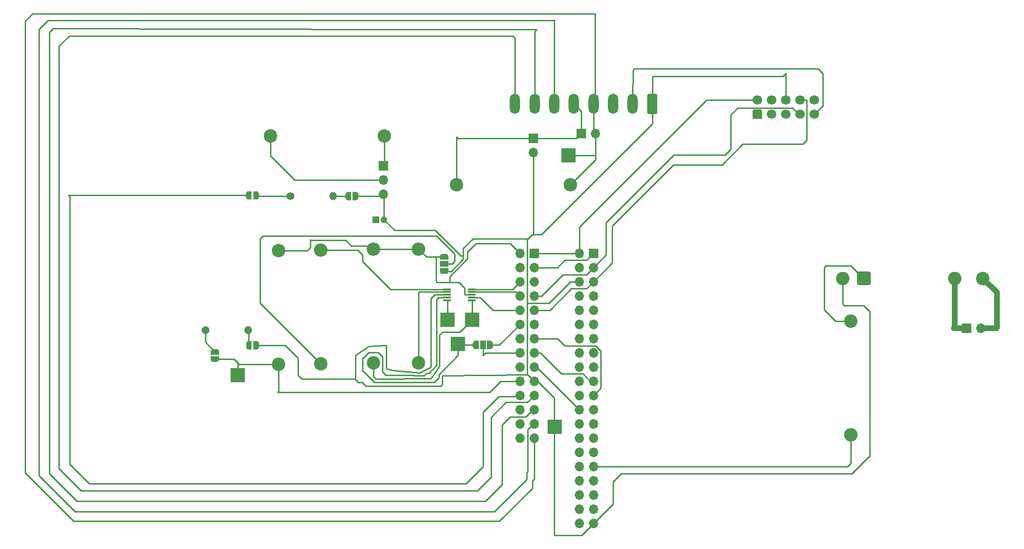
<source format=gbr>
%TF.GenerationSoftware,KiCad,Pcbnew,(5.1.9-0-10_14)*%
%TF.CreationDate,2021-02-14T15:54:45+00:00*%
%TF.ProjectId,base8x,62617365-3878-42e6-9b69-6361645f7063,rev?*%
%TF.SameCoordinates,Original*%
%TF.FileFunction,Copper,L1,Top*%
%TF.FilePolarity,Positive*%
%FSLAX46Y46*%
G04 Gerber Fmt 4.6, Leading zero omitted, Abs format (unit mm)*
G04 Created by KiCad (PCBNEW (5.1.9-0-10_14)) date 2021-02-14 15:54:45*
%MOMM*%
%LPD*%
G01*
G04 APERTURE LIST*
%TA.AperFunction,ComponentPad*%
%ADD10C,2.400000*%
%TD*%
%TA.AperFunction,ComponentPad*%
%ADD11O,1.400000X1.400000*%
%TD*%
%TA.AperFunction,ComponentPad*%
%ADD12C,1.400000*%
%TD*%
%TA.AperFunction,ComponentPad*%
%ADD13O,2.400000X2.400000*%
%TD*%
%TA.AperFunction,SMDPad,CuDef*%
%ADD14R,2.500000X2.500000*%
%TD*%
%TA.AperFunction,ComponentPad*%
%ADD15C,1.700000*%
%TD*%
%TA.AperFunction,SMDPad,CuDef*%
%ADD16C,0.100000*%
%TD*%
%TA.AperFunction,SMDPad,CuDef*%
%ADD17R,1.000000X1.500000*%
%TD*%
%TA.AperFunction,ComponentPad*%
%ADD18R,1.700000X1.700000*%
%TD*%
%TA.AperFunction,ComponentPad*%
%ADD19O,1.700000X1.700000*%
%TD*%
%TA.AperFunction,SMDPad,CuDef*%
%ADD20R,1.500000X1.000000*%
%TD*%
%TA.AperFunction,ComponentPad*%
%ADD21O,1.800000X3.600000*%
%TD*%
%TA.AperFunction,SMDPad,CuDef*%
%ADD22R,1.400000X0.300000*%
%TD*%
%TA.AperFunction,ComponentPad*%
%ADD23R,1.200000X1.200000*%
%TD*%
%TA.AperFunction,ComponentPad*%
%ADD24C,1.200000*%
%TD*%
%TA.AperFunction,Conductor*%
%ADD25C,0.250000*%
%TD*%
%TA.AperFunction,Conductor*%
%ADD26C,1.000000*%
%TD*%
G04 APERTURE END LIST*
%TO.P,SSR-Ithink1,A1*%
%TO.N,Net-(Resistor_SSR1-Pad1)*%
%TA.AperFunction,ComponentPad*%
G36*
G01*
X-197821400Y-62418400D02*
X-197821400Y-60517600D01*
G75*
G02*
X-197571800Y-60268000I249600J0D01*
G01*
X-195671000Y-60268000D01*
G75*
G02*
X-195421400Y-60517600I0J-249600D01*
G01*
X-195421400Y-62418400D01*
G75*
G02*
X-195671000Y-62668000I-249600J0D01*
G01*
X-197571800Y-62668000D01*
G75*
G02*
X-197821400Y-62418400I0J249600D01*
G01*
G37*
%TD.AperFunction*%
D10*
%TO.P,SSR-Ithink1,A2*%
%TO.N,GND*%
X-200371400Y-61468000D03*
%TO.P,SSR-Ithink1,11*%
%TO.N,Net-(SSR-Ithink1-Pad11)*%
X-180371400Y-61468000D03*
%TO.P,SSR-Ithink1,14*%
%TO.N,Net-(SSR-Ithink1-Pad14)*%
X-175371400Y-61468000D03*
%TD*%
D11*
%TO.P,D2,2*%
%TO.N,Net-(D2-Pad2)*%
X-306491640Y-70708520D03*
D12*
%TO.P,D2,1*%
%TO.N,Net-(D2-Pad1)*%
X-314111640Y-70708520D03*
%TD*%
D11*
%TO.P,D1,2*%
%TO.N,Net-(D1-Pad2)*%
X-291302440Y-46791880D03*
D12*
%TO.P,D1,1*%
%TO.N,Net-(D1-Pad1)*%
X-298922440Y-46791880D03*
%TD*%
D13*
%TO.P,Resistor_SSR1,2*%
%TO.N,GPIO6*%
X-198958200Y-89433400D03*
D10*
%TO.P,Resistor_SSR1,1*%
%TO.N,Net-(Resistor_SSR1-Pad1)*%
X-198958200Y-69113400D03*
%TD*%
D13*
%TO.P,Resistor1,2*%
%TO.N,+3V3*%
X-282178760Y-36062920D03*
D10*
%TO.P,Resistor1,1*%
%TO.N,CLK0*%
X-302498760Y-36062920D03*
%TD*%
D13*
%TO.P,R5,2*%
%TO.N,A_I-*%
X-249021600Y-44780200D03*
D10*
%TO.P,R5,1*%
%TO.N,A_I-_EXT*%
X-269341600Y-44780200D03*
%TD*%
D13*
%TO.P,R4,2*%
%TO.N,Net-(R4-Pad2)*%
X-293547800Y-56438800D03*
D10*
%TO.P,R4,1*%
%TO.N,Net-(J4-Pad2)*%
X-293547800Y-76758800D03*
%TD*%
D13*
%TO.P,R3,2*%
%TO.N,+5V*%
X-276047200Y-56235600D03*
D10*
%TO.P,R3,1*%
%TO.N,Net-(R3-Pad1)*%
X-276047200Y-76555600D03*
%TD*%
D13*
%TO.P,R2,2*%
%TO.N,+5V*%
X-301066200Y-56489600D03*
D10*
%TO.P,R2,1*%
%TO.N,HELP3*%
X-301066200Y-76809600D03*
%TD*%
D13*
%TO.P,R1,2*%
%TO.N,+5V*%
X-284099000Y-56286400D03*
D10*
%TO.P,R1,1*%
%TO.N,HELP1*%
X-284099000Y-76606400D03*
%TD*%
D14*
%TO.P,TP5,1*%
%TO.N,A_V_D_LOC*%
X-269062200Y-73177400D03*
%TD*%
%TO.P,TP4,1*%
%TO.N,HELP3*%
X-308356000Y-78740000D03*
%TD*%
%TO.P,TP3,1*%
%TO.N,HELP1*%
X-266547600Y-68859400D03*
%TD*%
%TO.P,TP2,1*%
%TO.N,Net-(TP2-Pad1)*%
X-270916400Y-68884800D03*
%TD*%
%TO.P,J1,1*%
%TO.N,MISO*%
%TA.AperFunction,ComponentPad*%
G36*
G01*
X-215020600Y-33006400D02*
X-216220600Y-33006400D01*
G75*
G02*
X-216470600Y-32756400I0J250000D01*
G01*
X-216470600Y-31556400D01*
G75*
G02*
X-216220600Y-31306400I250000J0D01*
G01*
X-215020600Y-31306400D01*
G75*
G02*
X-214770600Y-31556400I0J-250000D01*
G01*
X-214770600Y-32756400D01*
G75*
G02*
X-215020600Y-33006400I-250000J0D01*
G01*
G37*
%TD.AperFunction*%
D15*
%TO.P,J1,3*%
%TO.N,SCK*%
X-213080600Y-32156400D03*
%TO.P,J1,5*%
%TO.N,A_V_D_EXT*%
X-210540600Y-32156400D03*
%TO.P,J1,7*%
%TO.N,SDA*%
X-208000600Y-32156400D03*
%TO.P,J1,9*%
%TO.N,/Vin*%
X-205460600Y-32156400D03*
%TO.P,J1,2*%
%TO.N,+5V*%
X-215620600Y-29616400D03*
%TO.P,J1,4*%
%TO.N,MOSI*%
X-213080600Y-29616400D03*
%TO.P,J1,6*%
%TO.N,GND*%
X-210540600Y-29616400D03*
%TO.P,J1,8*%
%TO.N,SCL*%
X-208000600Y-29616400D03*
%TO.P,J1,10*%
%TO.N,~A_CS*%
X-205460600Y-29616400D03*
%TD*%
%TA.AperFunction,SMDPad,CuDef*%
D16*
%TO.P,J2,1*%
%TO.N,A_V_D_LOC*%
G36*
X-265354500Y-74117900D02*
G01*
X-265904500Y-74117900D01*
X-265904500Y-74117298D01*
X-265929034Y-74117298D01*
X-265977865Y-74112488D01*
X-266025990Y-74102916D01*
X-266072945Y-74088672D01*
X-266118278Y-74069895D01*
X-266161551Y-74046764D01*
X-266202350Y-74019504D01*
X-266240279Y-73988376D01*
X-266274976Y-73953679D01*
X-266306104Y-73915750D01*
X-266333364Y-73874951D01*
X-266356495Y-73831678D01*
X-266375272Y-73786345D01*
X-266389516Y-73739390D01*
X-266399088Y-73691265D01*
X-266403898Y-73642434D01*
X-266403898Y-73617900D01*
X-266404500Y-73617900D01*
X-266404500Y-73117900D01*
X-266403898Y-73117900D01*
X-266403898Y-73093366D01*
X-266399088Y-73044535D01*
X-266389516Y-72996410D01*
X-266375272Y-72949455D01*
X-266356495Y-72904122D01*
X-266333364Y-72860849D01*
X-266306104Y-72820050D01*
X-266274976Y-72782121D01*
X-266240279Y-72747424D01*
X-266202350Y-72716296D01*
X-266161551Y-72689036D01*
X-266118278Y-72665905D01*
X-266072945Y-72647128D01*
X-266025990Y-72632884D01*
X-265977865Y-72623312D01*
X-265929034Y-72618502D01*
X-265904500Y-72618502D01*
X-265904500Y-72617900D01*
X-265354500Y-72617900D01*
X-265354500Y-74117900D01*
G37*
%TD.AperFunction*%
%TA.AperFunction,SMDPad,CuDef*%
%TO.P,J2,3*%
%TO.N,A_V_D_EXT*%
G36*
X-263304500Y-72618502D02*
G01*
X-263279966Y-72618502D01*
X-263231135Y-72623312D01*
X-263183010Y-72632884D01*
X-263136055Y-72647128D01*
X-263090722Y-72665905D01*
X-263047449Y-72689036D01*
X-263006650Y-72716296D01*
X-262968721Y-72747424D01*
X-262934024Y-72782121D01*
X-262902896Y-72820050D01*
X-262875636Y-72860849D01*
X-262852505Y-72904122D01*
X-262833728Y-72949455D01*
X-262819484Y-72996410D01*
X-262809912Y-73044535D01*
X-262805102Y-73093366D01*
X-262805102Y-73117900D01*
X-262804500Y-73117900D01*
X-262804500Y-73617900D01*
X-262805102Y-73617900D01*
X-262805102Y-73642434D01*
X-262809912Y-73691265D01*
X-262819484Y-73739390D01*
X-262833728Y-73786345D01*
X-262852505Y-73831678D01*
X-262875636Y-73874951D01*
X-262902896Y-73915750D01*
X-262934024Y-73953679D01*
X-262968721Y-73988376D01*
X-263006650Y-74019504D01*
X-263047449Y-74046764D01*
X-263090722Y-74069895D01*
X-263136055Y-74088672D01*
X-263183010Y-74102916D01*
X-263231135Y-74112488D01*
X-263279966Y-74117298D01*
X-263304500Y-74117298D01*
X-263304500Y-74117900D01*
X-263854500Y-74117900D01*
X-263854500Y-72617900D01*
X-263304500Y-72617900D01*
X-263304500Y-72618502D01*
G37*
%TD.AperFunction*%
D17*
%TO.P,J2,2*%
%TO.N,A_V_D*%
X-264604500Y-73367900D03*
%TD*%
D18*
%TO.P,J3,1*%
%TO.N,+5V*%
X-255447800Y-56997600D03*
D19*
%TO.P,J3,2*%
X-257987800Y-56997600D03*
%TO.P,J3,3*%
%TO.N,+3V3*%
X-255447800Y-59537600D03*
%TO.P,J3,4*%
%TO.N,Net-(J3-Pad4)*%
X-257987800Y-59537600D03*
%TO.P,J3,5*%
%TO.N,A_V_D*%
X-255447800Y-62077600D03*
%TO.P,J3,6*%
%TO.N,SCL*%
X-257987800Y-62077600D03*
%TO.P,J3,7*%
%TO.N,SDA*%
X-255447800Y-64617600D03*
%TO.P,J3,8*%
X-257987800Y-64617600D03*
%TO.P,J3,9*%
%TO.N,SCL*%
X-255447800Y-67157600D03*
%TO.P,J3,10*%
%TO.N,HELP3*%
X-257987800Y-67157600D03*
%TO.P,J3,11*%
%TO.N,~A_CS*%
X-255447800Y-69697600D03*
%TO.P,J3,12*%
%TO.N,A_V_D_EXT*%
X-257987800Y-69697600D03*
%TO.P,J3,13*%
%TO.N,MISO*%
X-255447800Y-72237600D03*
%TO.P,J3,14*%
%TO.N,Net-(J3-Pad14)*%
X-257987800Y-72237600D03*
%TO.P,J3,15*%
%TO.N,MOSI*%
X-255447800Y-74777600D03*
%TO.P,J3,16*%
%TO.N,A_V_D*%
X-257987800Y-74777600D03*
%TO.P,J3,17*%
%TO.N,SCK*%
X-255447800Y-77317600D03*
%TO.P,J3,18*%
%TO.N,Net-(J3-Pad18)*%
X-257987800Y-77317600D03*
%TO.P,J3,19*%
%TO.N,GND*%
X-255447800Y-79857600D03*
%TO.P,J3,20*%
%TO.N,HELP3*%
X-257987800Y-79857600D03*
%TO.P,J3,21*%
%TO.N,A_I+*%
X-255447800Y-82397600D03*
%TO.P,J3,22*%
%TO.N,HELP1*%
X-257987800Y-82397600D03*
%TO.P,J3,23*%
%TO.N,A_V+*%
X-255447800Y-84937600D03*
%TO.P,J3,24*%
%TO.N,Net-(J3-Pad24)*%
X-257987800Y-84937600D03*
%TO.P,J3,25*%
%TO.N,A_V-*%
X-255447800Y-87477600D03*
%TO.P,J3,26*%
%TO.N,Net-(J3-Pad26)*%
X-257987800Y-87477600D03*
%TO.P,J3,27*%
%TO.N,A_I-*%
X-255447800Y-90017600D03*
%TO.P,J3,28*%
%TO.N,Net-(J3-Pad28)*%
X-257987800Y-90017600D03*
%TD*%
D20*
%TO.P,J4,2*%
%TO.N,Net-(J4-Pad2)*%
X-271500600Y-58902600D03*
%TA.AperFunction,SMDPad,CuDef*%
D16*
%TO.P,J4,3*%
%TO.N,GND*%
G36*
X-270751202Y-60202600D02*
G01*
X-270751202Y-60227134D01*
X-270756012Y-60275965D01*
X-270765584Y-60324090D01*
X-270779828Y-60371045D01*
X-270798605Y-60416378D01*
X-270821736Y-60459651D01*
X-270848996Y-60500450D01*
X-270880124Y-60538379D01*
X-270914821Y-60573076D01*
X-270952750Y-60604204D01*
X-270993549Y-60631464D01*
X-271036822Y-60654595D01*
X-271082155Y-60673372D01*
X-271129110Y-60687616D01*
X-271177235Y-60697188D01*
X-271226066Y-60701998D01*
X-271250600Y-60701998D01*
X-271250600Y-60702600D01*
X-271750600Y-60702600D01*
X-271750600Y-60701998D01*
X-271775134Y-60701998D01*
X-271823965Y-60697188D01*
X-271872090Y-60687616D01*
X-271919045Y-60673372D01*
X-271964378Y-60654595D01*
X-272007651Y-60631464D01*
X-272048450Y-60604204D01*
X-272086379Y-60573076D01*
X-272121076Y-60538379D01*
X-272152204Y-60500450D01*
X-272179464Y-60459651D01*
X-272202595Y-60416378D01*
X-272221372Y-60371045D01*
X-272235616Y-60324090D01*
X-272245188Y-60275965D01*
X-272249998Y-60227134D01*
X-272249998Y-60202600D01*
X-272250600Y-60202600D01*
X-272250600Y-59652600D01*
X-270750600Y-59652600D01*
X-270750600Y-60202600D01*
X-270751202Y-60202600D01*
G37*
%TD.AperFunction*%
%TA.AperFunction,SMDPad,CuDef*%
%TO.P,J4,1*%
%TO.N,+5V*%
G36*
X-272250600Y-58152600D02*
G01*
X-272250600Y-57602600D01*
X-272249998Y-57602600D01*
X-272249998Y-57578066D01*
X-272245188Y-57529235D01*
X-272235616Y-57481110D01*
X-272221372Y-57434155D01*
X-272202595Y-57388822D01*
X-272179464Y-57345549D01*
X-272152204Y-57304750D01*
X-272121076Y-57266821D01*
X-272086379Y-57232124D01*
X-272048450Y-57200996D01*
X-272007651Y-57173736D01*
X-271964378Y-57150605D01*
X-271919045Y-57131828D01*
X-271872090Y-57117584D01*
X-271823965Y-57108012D01*
X-271775134Y-57103202D01*
X-271750600Y-57103202D01*
X-271750600Y-57102600D01*
X-271250600Y-57102600D01*
X-271250600Y-57103202D01*
X-271226066Y-57103202D01*
X-271177235Y-57108012D01*
X-271129110Y-57117584D01*
X-271082155Y-57131828D01*
X-271036822Y-57150605D01*
X-270993549Y-57173736D01*
X-270952750Y-57200996D01*
X-270914821Y-57232124D01*
X-270880124Y-57266821D01*
X-270848996Y-57304750D01*
X-270821736Y-57345549D01*
X-270798605Y-57388822D01*
X-270779828Y-57434155D01*
X-270765584Y-57481110D01*
X-270756012Y-57529235D01*
X-270751202Y-57578066D01*
X-270751202Y-57602600D01*
X-270750600Y-57602600D01*
X-270750600Y-58152600D01*
X-272250600Y-58152600D01*
G37*
%TD.AperFunction*%
%TD*%
%TO.P,J9,1*%
%TO.N,GND*%
%TA.AperFunction,ComponentPad*%
G36*
G01*
X-233465800Y-28752200D02*
X-233465800Y-31852200D01*
G75*
G02*
X-233715800Y-32102200I-250000J0D01*
G01*
X-235015800Y-32102200D01*
G75*
G02*
X-235265800Y-31852200I0J250000D01*
G01*
X-235265800Y-28752200D01*
G75*
G02*
X-235015800Y-28502200I250000J0D01*
G01*
X-233715800Y-28502200D01*
G75*
G02*
X-233465800Y-28752200I0J-250000D01*
G01*
G37*
%TD.AperFunction*%
D21*
%TO.P,J9,2*%
%TO.N,/Vin*%
X-237865800Y-30302200D03*
%TO.P,J9,3*%
%TO.N,Net-(J9-Pad3)*%
X-241365800Y-30302200D03*
%TO.P,J9,4*%
%TO.N,A_I-*%
X-244865800Y-30302200D03*
%TO.P,J9,5*%
%TO.N,A_I-_EXT*%
X-248365800Y-30302200D03*
%TO.P,J9,6*%
%TO.N,A_V-*%
X-251865800Y-30302200D03*
%TO.P,J9,7*%
%TO.N,A_V+*%
X-255365800Y-30302200D03*
%TO.P,J9,8*%
%TO.N,A_I+*%
X-258865800Y-30302200D03*
%TD*%
%TA.AperFunction,SMDPad,CuDef*%
D16*
%TO.P,JP2,1*%
%TO.N,HELP1*%
G36*
X-305859320Y-47394560D02*
G01*
X-306359320Y-47394560D01*
X-306359320Y-47393958D01*
X-306383854Y-47393958D01*
X-306432685Y-47389148D01*
X-306480810Y-47379576D01*
X-306527765Y-47365332D01*
X-306573098Y-47346555D01*
X-306616371Y-47323424D01*
X-306657170Y-47296164D01*
X-306695099Y-47265036D01*
X-306729796Y-47230339D01*
X-306760924Y-47192410D01*
X-306788184Y-47151611D01*
X-306811315Y-47108338D01*
X-306830092Y-47063005D01*
X-306844336Y-47016050D01*
X-306853908Y-46967925D01*
X-306858718Y-46919094D01*
X-306858718Y-46894560D01*
X-306859320Y-46894560D01*
X-306859320Y-46394560D01*
X-306858718Y-46394560D01*
X-306858718Y-46370026D01*
X-306853908Y-46321195D01*
X-306844336Y-46273070D01*
X-306830092Y-46226115D01*
X-306811315Y-46180782D01*
X-306788184Y-46137509D01*
X-306760924Y-46096710D01*
X-306729796Y-46058781D01*
X-306695099Y-46024084D01*
X-306657170Y-45992956D01*
X-306616371Y-45965696D01*
X-306573098Y-45942565D01*
X-306527765Y-45923788D01*
X-306480810Y-45909544D01*
X-306432685Y-45899972D01*
X-306383854Y-45895162D01*
X-306359320Y-45895162D01*
X-306359320Y-45894560D01*
X-305859320Y-45894560D01*
X-305859320Y-47394560D01*
G37*
%TD.AperFunction*%
%TA.AperFunction,SMDPad,CuDef*%
%TO.P,JP2,2*%
%TO.N,Net-(D1-Pad1)*%
G36*
X-305059320Y-45895162D02*
G01*
X-305034786Y-45895162D01*
X-304985955Y-45899972D01*
X-304937830Y-45909544D01*
X-304890875Y-45923788D01*
X-304845542Y-45942565D01*
X-304802269Y-45965696D01*
X-304761470Y-45992956D01*
X-304723541Y-46024084D01*
X-304688844Y-46058781D01*
X-304657716Y-46096710D01*
X-304630456Y-46137509D01*
X-304607325Y-46180782D01*
X-304588548Y-46226115D01*
X-304574304Y-46273070D01*
X-304564732Y-46321195D01*
X-304559922Y-46370026D01*
X-304559922Y-46394560D01*
X-304559320Y-46394560D01*
X-304559320Y-46894560D01*
X-304559922Y-46894560D01*
X-304559922Y-46919094D01*
X-304564732Y-46967925D01*
X-304574304Y-47016050D01*
X-304588548Y-47063005D01*
X-304607325Y-47108338D01*
X-304630456Y-47151611D01*
X-304657716Y-47192410D01*
X-304688844Y-47230339D01*
X-304723541Y-47265036D01*
X-304761470Y-47296164D01*
X-304802269Y-47323424D01*
X-304845542Y-47346555D01*
X-304890875Y-47365332D01*
X-304937830Y-47379576D01*
X-304985955Y-47389148D01*
X-305034786Y-47393958D01*
X-305059320Y-47393958D01*
X-305059320Y-47394560D01*
X-305559320Y-47394560D01*
X-305559320Y-45894560D01*
X-305059320Y-45894560D01*
X-305059320Y-45895162D01*
G37*
%TD.AperFunction*%
%TD*%
%TA.AperFunction,SMDPad,CuDef*%
%TO.P,JP3,2*%
%TO.N,GND*%
G36*
X-287314880Y-46012002D02*
G01*
X-287290346Y-46012002D01*
X-287241515Y-46016812D01*
X-287193390Y-46026384D01*
X-287146435Y-46040628D01*
X-287101102Y-46059405D01*
X-287057829Y-46082536D01*
X-287017030Y-46109796D01*
X-286979101Y-46140924D01*
X-286944404Y-46175621D01*
X-286913276Y-46213550D01*
X-286886016Y-46254349D01*
X-286862885Y-46297622D01*
X-286844108Y-46342955D01*
X-286829864Y-46389910D01*
X-286820292Y-46438035D01*
X-286815482Y-46486866D01*
X-286815482Y-46511400D01*
X-286814880Y-46511400D01*
X-286814880Y-47011400D01*
X-286815482Y-47011400D01*
X-286815482Y-47035934D01*
X-286820292Y-47084765D01*
X-286829864Y-47132890D01*
X-286844108Y-47179845D01*
X-286862885Y-47225178D01*
X-286886016Y-47268451D01*
X-286913276Y-47309250D01*
X-286944404Y-47347179D01*
X-286979101Y-47381876D01*
X-287017030Y-47413004D01*
X-287057829Y-47440264D01*
X-287101102Y-47463395D01*
X-287146435Y-47482172D01*
X-287193390Y-47496416D01*
X-287241515Y-47505988D01*
X-287290346Y-47510798D01*
X-287314880Y-47510798D01*
X-287314880Y-47511400D01*
X-287814880Y-47511400D01*
X-287814880Y-46011400D01*
X-287314880Y-46011400D01*
X-287314880Y-46012002D01*
G37*
%TD.AperFunction*%
%TA.AperFunction,SMDPad,CuDef*%
%TO.P,JP3,1*%
%TO.N,Net-(D1-Pad2)*%
G36*
X-288114880Y-47511400D02*
G01*
X-288614880Y-47511400D01*
X-288614880Y-47510798D01*
X-288639414Y-47510798D01*
X-288688245Y-47505988D01*
X-288736370Y-47496416D01*
X-288783325Y-47482172D01*
X-288828658Y-47463395D01*
X-288871931Y-47440264D01*
X-288912730Y-47413004D01*
X-288950659Y-47381876D01*
X-288985356Y-47347179D01*
X-289016484Y-47309250D01*
X-289043744Y-47268451D01*
X-289066875Y-47225178D01*
X-289085652Y-47179845D01*
X-289099896Y-47132890D01*
X-289109468Y-47084765D01*
X-289114278Y-47035934D01*
X-289114278Y-47011400D01*
X-289114880Y-47011400D01*
X-289114880Y-46511400D01*
X-289114278Y-46511400D01*
X-289114278Y-46486866D01*
X-289109468Y-46438035D01*
X-289099896Y-46389910D01*
X-289085652Y-46342955D01*
X-289066875Y-46297622D01*
X-289043744Y-46254349D01*
X-289016484Y-46213550D01*
X-288985356Y-46175621D01*
X-288950659Y-46140924D01*
X-288912730Y-46109796D01*
X-288871931Y-46082536D01*
X-288828658Y-46059405D01*
X-288783325Y-46040628D01*
X-288736370Y-46026384D01*
X-288688245Y-46016812D01*
X-288639414Y-46012002D01*
X-288614880Y-46012002D01*
X-288614880Y-46011400D01*
X-288114880Y-46011400D01*
X-288114880Y-47511400D01*
G37*
%TD.AperFunction*%
%TD*%
%TA.AperFunction,SMDPad,CuDef*%
%TO.P,JP4,1*%
%TO.N,HELP3*%
G36*
X-311644600Y-75397500D02*
G01*
X-311644600Y-75897500D01*
X-311645202Y-75897500D01*
X-311645202Y-75922034D01*
X-311650012Y-75970865D01*
X-311659584Y-76018990D01*
X-311673828Y-76065945D01*
X-311692605Y-76111278D01*
X-311715736Y-76154551D01*
X-311742996Y-76195350D01*
X-311774124Y-76233279D01*
X-311808821Y-76267976D01*
X-311846750Y-76299104D01*
X-311887549Y-76326364D01*
X-311930822Y-76349495D01*
X-311976155Y-76368272D01*
X-312023110Y-76382516D01*
X-312071235Y-76392088D01*
X-312120066Y-76396898D01*
X-312144600Y-76396898D01*
X-312144600Y-76397500D01*
X-312644600Y-76397500D01*
X-312644600Y-76396898D01*
X-312669134Y-76396898D01*
X-312717965Y-76392088D01*
X-312766090Y-76382516D01*
X-312813045Y-76368272D01*
X-312858378Y-76349495D01*
X-312901651Y-76326364D01*
X-312942450Y-76299104D01*
X-312980379Y-76267976D01*
X-313015076Y-76233279D01*
X-313046204Y-76195350D01*
X-313073464Y-76154551D01*
X-313096595Y-76111278D01*
X-313115372Y-76065945D01*
X-313129616Y-76018990D01*
X-313139188Y-75970865D01*
X-313143998Y-75922034D01*
X-313143998Y-75897500D01*
X-313144600Y-75897500D01*
X-313144600Y-75397500D01*
X-311644600Y-75397500D01*
G37*
%TD.AperFunction*%
%TA.AperFunction,SMDPad,CuDef*%
%TO.P,JP4,2*%
%TO.N,Net-(D2-Pad1)*%
G36*
X-313143998Y-74597500D02*
G01*
X-313143998Y-74572966D01*
X-313139188Y-74524135D01*
X-313129616Y-74476010D01*
X-313115372Y-74429055D01*
X-313096595Y-74383722D01*
X-313073464Y-74340449D01*
X-313046204Y-74299650D01*
X-313015076Y-74261721D01*
X-312980379Y-74227024D01*
X-312942450Y-74195896D01*
X-312901651Y-74168636D01*
X-312858378Y-74145505D01*
X-312813045Y-74126728D01*
X-312766090Y-74112484D01*
X-312717965Y-74102912D01*
X-312669134Y-74098102D01*
X-312644600Y-74098102D01*
X-312644600Y-74097500D01*
X-312144600Y-74097500D01*
X-312144600Y-74098102D01*
X-312120066Y-74098102D01*
X-312071235Y-74102912D01*
X-312023110Y-74112484D01*
X-311976155Y-74126728D01*
X-311930822Y-74145505D01*
X-311887549Y-74168636D01*
X-311846750Y-74195896D01*
X-311808821Y-74227024D01*
X-311774124Y-74261721D01*
X-311742996Y-74299650D01*
X-311715736Y-74340449D01*
X-311692605Y-74383722D01*
X-311673828Y-74429055D01*
X-311659584Y-74476010D01*
X-311650012Y-74524135D01*
X-311645202Y-74572966D01*
X-311645202Y-74597500D01*
X-311644600Y-74597500D01*
X-311644600Y-75097500D01*
X-313144600Y-75097500D01*
X-313144600Y-74597500D01*
X-313143998Y-74597500D01*
G37*
%TD.AperFunction*%
%TD*%
%TA.AperFunction,SMDPad,CuDef*%
%TO.P,JP5,1*%
%TO.N,Net-(D2-Pad2)*%
G36*
X-305854240Y-74181400D02*
G01*
X-306354240Y-74181400D01*
X-306354240Y-74180798D01*
X-306378774Y-74180798D01*
X-306427605Y-74175988D01*
X-306475730Y-74166416D01*
X-306522685Y-74152172D01*
X-306568018Y-74133395D01*
X-306611291Y-74110264D01*
X-306652090Y-74083004D01*
X-306690019Y-74051876D01*
X-306724716Y-74017179D01*
X-306755844Y-73979250D01*
X-306783104Y-73938451D01*
X-306806235Y-73895178D01*
X-306825012Y-73849845D01*
X-306839256Y-73802890D01*
X-306848828Y-73754765D01*
X-306853638Y-73705934D01*
X-306853638Y-73681400D01*
X-306854240Y-73681400D01*
X-306854240Y-73181400D01*
X-306853638Y-73181400D01*
X-306853638Y-73156866D01*
X-306848828Y-73108035D01*
X-306839256Y-73059910D01*
X-306825012Y-73012955D01*
X-306806235Y-72967622D01*
X-306783104Y-72924349D01*
X-306755844Y-72883550D01*
X-306724716Y-72845621D01*
X-306690019Y-72810924D01*
X-306652090Y-72779796D01*
X-306611291Y-72752536D01*
X-306568018Y-72729405D01*
X-306522685Y-72710628D01*
X-306475730Y-72696384D01*
X-306427605Y-72686812D01*
X-306378774Y-72682002D01*
X-306354240Y-72682002D01*
X-306354240Y-72681400D01*
X-305854240Y-72681400D01*
X-305854240Y-74181400D01*
G37*
%TD.AperFunction*%
%TA.AperFunction,SMDPad,CuDef*%
%TO.P,JP5,2*%
%TO.N,GND*%
G36*
X-305054240Y-72682002D02*
G01*
X-305029706Y-72682002D01*
X-304980875Y-72686812D01*
X-304932750Y-72696384D01*
X-304885795Y-72710628D01*
X-304840462Y-72729405D01*
X-304797189Y-72752536D01*
X-304756390Y-72779796D01*
X-304718461Y-72810924D01*
X-304683764Y-72845621D01*
X-304652636Y-72883550D01*
X-304625376Y-72924349D01*
X-304602245Y-72967622D01*
X-304583468Y-73012955D01*
X-304569224Y-73059910D01*
X-304559652Y-73108035D01*
X-304554842Y-73156866D01*
X-304554842Y-73181400D01*
X-304554240Y-73181400D01*
X-304554240Y-73681400D01*
X-304554842Y-73681400D01*
X-304554842Y-73705934D01*
X-304559652Y-73754765D01*
X-304569224Y-73802890D01*
X-304583468Y-73849845D01*
X-304602245Y-73895178D01*
X-304625376Y-73938451D01*
X-304652636Y-73979250D01*
X-304683764Y-74017179D01*
X-304718461Y-74051876D01*
X-304756390Y-74083004D01*
X-304797189Y-74110264D01*
X-304840462Y-74133395D01*
X-304885795Y-74152172D01*
X-304932750Y-74166416D01*
X-304980875Y-74175988D01*
X-305029706Y-74180798D01*
X-305054240Y-74180798D01*
X-305054240Y-74181400D01*
X-305554240Y-74181400D01*
X-305554240Y-72681400D01*
X-305054240Y-72681400D01*
X-305054240Y-72682002D01*
G37*
%TD.AperFunction*%
%TD*%
D19*
%TO.P,P3,2*%
%TO.N,GND*%
X-255549400Y-39014400D03*
D18*
%TO.P,P3,1*%
%TO.N,A_I-_EXT*%
X-255549400Y-36474400D03*
%TD*%
%TO.P,P4,1*%
%TO.N,A_I-_EXT*%
X-247040400Y-35560000D03*
D19*
%TO.P,P4,2*%
%TO.N,A_I-*%
X-244500400Y-35560000D03*
%TD*%
D18*
%TO.P,Raspberry_header1,1*%
%TO.N,+3V3*%
X-244856000Y-56997600D03*
D19*
%TO.P,Raspberry_header1,2*%
%TO.N,+5V*%
X-247396000Y-56997600D03*
%TO.P,Raspberry_header1,3*%
%TO.N,SDA*%
X-244856000Y-59537600D03*
%TO.P,Raspberry_header1,4*%
%TO.N,Net-(Raspberry_header1-Pad4)*%
X-247396000Y-59537600D03*
%TO.P,Raspberry_header1,5*%
%TO.N,SCL*%
X-244856000Y-62077600D03*
%TO.P,Raspberry_header1,6*%
%TO.N,GND*%
X-247396000Y-62077600D03*
%TO.P,Raspberry_header1,7*%
%TO.N,CLK0*%
X-244856000Y-64617600D03*
%TO.P,Raspberry_header1,8*%
%TO.N,Net-(Raspberry_header1-Pad8)*%
X-247396000Y-64617600D03*
%TO.P,Raspberry_header1,9*%
%TO.N,Net-(Raspberry_header1-Pad9)*%
X-244856000Y-67157600D03*
%TO.P,Raspberry_header1,10*%
%TO.N,Net-(Raspberry_header1-Pad10)*%
X-247396000Y-67157600D03*
%TO.P,Raspberry_header1,11*%
%TO.N,Net-(Raspberry_header1-Pad11)*%
X-244856000Y-69697600D03*
%TO.P,Raspberry_header1,12*%
%TO.N,Net-(Raspberry_header1-Pad12)*%
X-247396000Y-69697600D03*
%TO.P,Raspberry_header1,13*%
%TO.N,Net-(Raspberry_header1-Pad13)*%
X-244856000Y-72237600D03*
%TO.P,Raspberry_header1,14*%
%TO.N,Net-(Raspberry_header1-Pad14)*%
X-247396000Y-72237600D03*
%TO.P,Raspberry_header1,15*%
%TO.N,Net-(Raspberry_header1-Pad15)*%
X-244856000Y-74777600D03*
%TO.P,Raspberry_header1,16*%
%TO.N,Net-(Raspberry_header1-Pad16)*%
X-247396000Y-74777600D03*
%TO.P,Raspberry_header1,17*%
%TO.N,Net-(Raspberry_header1-Pad17)*%
X-244856000Y-77317600D03*
%TO.P,Raspberry_header1,18*%
%TO.N,Net-(Raspberry_header1-Pad18)*%
X-247396000Y-77317600D03*
%TO.P,Raspberry_header1,19*%
%TO.N,MOSI*%
X-244856000Y-79857600D03*
%TO.P,Raspberry_header1,20*%
%TO.N,Net-(Raspberry_header1-Pad20)*%
X-247396000Y-79857600D03*
%TO.P,Raspberry_header1,21*%
%TO.N,MISO*%
X-244856000Y-82397600D03*
%TO.P,Raspberry_header1,22*%
%TO.N,Net-(Raspberry_header1-Pad22)*%
X-247396000Y-82397600D03*
%TO.P,Raspberry_header1,23*%
%TO.N,SCLK*%
X-244856000Y-84937600D03*
%TO.P,Raspberry_header1,24*%
%TO.N,SCK*%
X-247396000Y-84937600D03*
%TO.P,Raspberry_header1,25*%
%TO.N,Net-(Raspberry_header1-Pad25)*%
X-244856000Y-87477600D03*
%TO.P,Raspberry_header1,26*%
%TO.N,Net-(Raspberry_header1-Pad26)*%
X-247396000Y-87477600D03*
%TO.P,Raspberry_header1,27*%
%TO.N,Net-(Raspberry_header1-Pad27)*%
X-244856000Y-90017600D03*
%TO.P,Raspberry_header1,28*%
%TO.N,Net-(Raspberry_header1-Pad28)*%
X-247396000Y-90017600D03*
%TO.P,Raspberry_header1,29*%
%TO.N,Net-(Raspberry_header1-Pad29)*%
X-244856000Y-92557600D03*
%TO.P,Raspberry_header1,30*%
%TO.N,Net-(Raspberry_header1-Pad30)*%
X-247396000Y-92557600D03*
%TO.P,Raspberry_header1,31*%
%TO.N,GPIO6*%
X-244856000Y-95097600D03*
%TO.P,Raspberry_header1,32*%
%TO.N,Net-(Raspberry_header1-Pad32)*%
X-247396000Y-95097600D03*
%TO.P,Raspberry_header1,33*%
%TO.N,Net-(Raspberry_header1-Pad33)*%
X-244856000Y-97637600D03*
%TO.P,Raspberry_header1,34*%
%TO.N,Net-(Raspberry_header1-Pad34)*%
X-247396000Y-97637600D03*
%TO.P,Raspberry_header1,35*%
%TO.N,Net-(Raspberry_header1-Pad35)*%
X-244856000Y-100177600D03*
%TO.P,Raspberry_header1,36*%
%TO.N,Net-(Raspberry_header1-Pad36)*%
X-247396000Y-100177600D03*
%TO.P,Raspberry_header1,37*%
%TO.N,Net-(Raspberry_header1-Pad37)*%
X-244856000Y-102717600D03*
%TO.P,Raspberry_header1,38*%
%TO.N,Net-(Raspberry_header1-Pad38)*%
X-247396000Y-102717600D03*
%TO.P,Raspberry_header1,39*%
%TO.N,GND*%
X-244856000Y-105257600D03*
%TO.P,Raspberry_header1,40*%
%TO.N,Net-(Raspberry_header1-Pad40)*%
X-247396000Y-105257600D03*
%TD*%
D18*
%TO.P,SSR_connector1,1*%
%TO.N,Net-(SSR-Ithink1-Pad11)*%
X-178282600Y-70383400D03*
D19*
%TO.P,SSR_connector1,2*%
%TO.N,Net-(SSR-Ithink1-Pad14)*%
X-175742600Y-70383400D03*
%TD*%
D18*
%TO.P,Temp_sensor1,1*%
%TO.N,+3V3*%
X-282321000Y-41325800D03*
D19*
%TO.P,Temp_sensor1,2*%
%TO.N,CLK0*%
X-282321000Y-43865800D03*
%TO.P,Temp_sensor1,3*%
%TO.N,GND*%
X-282321000Y-46405800D03*
%TD*%
D22*
%TO.P,U1,1*%
%TO.N,Net-(R4-Pad2)*%
X-270982800Y-63414400D03*
%TO.P,U1,2*%
%TO.N,Net-(R3-Pad1)*%
X-270982800Y-63914400D03*
%TO.P,U1,3*%
%TO.N,GND*%
X-270982800Y-64414400D03*
%TO.P,U1,4*%
%TO.N,A_V_D_LOC*%
X-270982800Y-64914400D03*
%TO.P,U1,5*%
%TO.N,Net-(TP2-Pad1)*%
X-270982800Y-65414400D03*
%TO.P,U1,6*%
%TO.N,HELP1*%
X-266582800Y-65414400D03*
%TO.P,U1,7*%
%TO.N,HELP3*%
X-266582800Y-64914400D03*
%TO.P,U1,8*%
%TO.N,+5V*%
X-266582800Y-64414400D03*
%TO.P,U1,9*%
%TO.N,SDA*%
X-266582800Y-63914400D03*
%TO.P,U1,10*%
%TO.N,SCL*%
X-266582800Y-63414400D03*
%TD*%
D14*
%TO.P,TP1,1*%
%TO.N,GND*%
X-251815600Y-88011000D03*
%TD*%
%TO.P,TP6,1*%
%TO.N,A_I-*%
X-249336560Y-39522400D03*
%TD*%
D23*
%TO.P,C1,1*%
%TO.N,+5V*%
X-283718000Y-51003200D03*
D24*
%TO.P,C1,2*%
%TO.N,GND*%
X-282218000Y-51003200D03*
%TD*%
D25*
%TO.N,+5V*%
X-255447800Y-56997600D02*
X-247396000Y-56997600D01*
X-215620600Y-29616400D02*
X-224739200Y-29616400D01*
X-247396000Y-52273200D02*
X-247396000Y-56997600D01*
X-224739200Y-29616400D02*
X-224942400Y-29819600D01*
X-224942400Y-29819600D02*
X-247396000Y-52273200D01*
X-276047200Y-56235600D02*
X-284048200Y-56235600D01*
X-284048200Y-56235600D02*
X-284099000Y-56286400D01*
X-301066200Y-56489600D02*
X-295910000Y-56489600D01*
X-284759400Y-55626000D02*
X-284099000Y-56286400D01*
X-288086800Y-55626000D02*
X-284759400Y-55626000D01*
X-289026600Y-54686200D02*
X-288086800Y-55626000D01*
X-295198800Y-54686200D02*
X-289026600Y-54686200D01*
X-295351200Y-54533800D02*
X-295198800Y-54686200D01*
X-295351200Y-55930800D02*
X-295351200Y-54533800D01*
X-295910000Y-56489600D02*
X-295351200Y-55930800D01*
X-271500600Y-57602600D02*
X-272948400Y-57602600D01*
X-272948400Y-57602600D02*
X-274680200Y-57602600D01*
X-274680200Y-57602600D02*
X-276047200Y-56235600D01*
X-272948400Y-57602600D02*
X-272948400Y-61976000D01*
X-267817600Y-64414400D02*
X-266582800Y-64414400D01*
X-267893800Y-64338200D02*
X-267817600Y-64414400D01*
X-267893800Y-63169800D02*
X-267893800Y-64338200D01*
X-268884400Y-62179200D02*
X-267893800Y-63169800D01*
X-272745200Y-62179200D02*
X-270510000Y-62179200D01*
X-270510000Y-62179200D02*
X-268884400Y-62179200D01*
X-272948400Y-61976000D02*
X-272745200Y-62179200D01*
X-270510000Y-62179200D02*
X-270510000Y-61137800D01*
X-259740400Y-55245000D02*
X-257987800Y-56997600D01*
X-265836400Y-55245000D02*
X-259740400Y-55245000D01*
X-267360400Y-56769000D02*
X-265836400Y-55245000D01*
X-267360400Y-57988200D02*
X-267360400Y-56769000D01*
X-270510000Y-61137800D02*
X-267360400Y-57988200D01*
%TO.N,GND*%
X-255447800Y-79857600D02*
X-254812800Y-79857600D01*
X-246989600Y-107391200D02*
X-244856000Y-105257600D01*
X-251790200Y-107391200D02*
X-246989600Y-107391200D01*
X-251866400Y-107315000D02*
X-251790200Y-107391200D01*
X-251866400Y-82804000D02*
X-251866400Y-107315000D01*
X-254812800Y-79857600D02*
X-251866400Y-82804000D01*
X-244856000Y-105257600D02*
X-241401600Y-101803200D01*
X-200371400Y-66074600D02*
X-200371400Y-61468000D01*
X-200126600Y-66319400D02*
X-200371400Y-66074600D01*
X-196621400Y-66319400D02*
X-200126600Y-66319400D01*
X-196621400Y-66319400D02*
X-195529200Y-67411600D01*
X-195529200Y-67411600D02*
X-195529200Y-93141800D01*
X-195529200Y-93141800D02*
X-198805800Y-96418400D01*
X-198805800Y-96418400D02*
X-239953800Y-96418400D01*
X-239953800Y-96418400D02*
X-241401600Y-97866200D01*
X-241401600Y-97866200D02*
X-241401600Y-101803200D01*
X-210540600Y-29616400D02*
X-210540600Y-24866600D01*
X-234365800Y-25450800D02*
X-234365800Y-30302200D01*
X-234264200Y-25349200D02*
X-234365800Y-25450800D01*
X-211023200Y-25349200D02*
X-234264200Y-25349200D01*
X-210540600Y-24866600D02*
X-211023200Y-25349200D01*
X-234365800Y-30302200D02*
X-234365800Y-33832800D01*
X-256692400Y-78613000D02*
X-255447800Y-79857600D01*
X-256692400Y-76047600D02*
X-256692400Y-78613000D01*
X-256692400Y-65887600D02*
X-256692400Y-76047600D01*
X-256692400Y-54508400D02*
X-256692400Y-65887600D01*
X-255778000Y-53594000D02*
X-256540000Y-54356000D01*
X-256540000Y-54356000D02*
X-256692400Y-54508400D01*
X-254127000Y-53594000D02*
X-255473200Y-53594000D01*
X-255473200Y-53594000D02*
X-255778000Y-53594000D01*
X-234365800Y-33832800D02*
X-254127000Y-53594000D01*
X-255549400Y-39014400D02*
X-255549400Y-53517800D01*
X-255549400Y-53517800D02*
X-255473200Y-53594000D01*
X-247396000Y-62077600D02*
X-248996200Y-62077600D01*
X-252806200Y-65887600D02*
X-256692400Y-65887600D01*
X-248996200Y-62077600D02*
X-252806200Y-65887600D01*
X-251815600Y-88011000D02*
X-251815600Y-86842600D01*
X-251866400Y-86791800D02*
X-251815600Y-88011000D01*
X-251815600Y-86842600D02*
X-251866400Y-86791800D01*
X-270982800Y-64414400D02*
X-273227800Y-64414400D01*
X-273227800Y-64414400D02*
X-273837400Y-65024000D01*
X-273837400Y-65024000D02*
X-273837400Y-77317600D01*
X-273837400Y-77317600D02*
X-275882100Y-78371700D01*
X-275882100Y-78371700D02*
X-280658722Y-77898943D01*
X-280658722Y-77898943D02*
X-281863800Y-77571600D01*
X-281863800Y-77571600D02*
X-281863800Y-73482200D01*
X-281863800Y-73482200D02*
X-281889200Y-73456800D01*
X-281889200Y-73456800D02*
X-284962600Y-73596500D01*
X-284962600Y-73596500D02*
X-287299400Y-75209400D01*
X-287299400Y-75209400D02*
X-287299400Y-79471520D01*
X-287299400Y-79471520D02*
X-287299400Y-79578200D01*
X-287299400Y-79578200D02*
X-286804100Y-80073500D01*
X-286804100Y-80073500D02*
X-286766000Y-80111600D01*
X-271500600Y-60202600D02*
X-270260600Y-60202600D01*
X-266369800Y-54356000D02*
X-256540000Y-54356000D01*
X-268122400Y-56108600D02*
X-266369800Y-54356000D01*
X-268122400Y-58064400D02*
X-268122400Y-57429400D01*
X-268122400Y-57429400D02*
X-268122400Y-56108600D01*
X-270260600Y-60202600D02*
X-268122400Y-58064400D01*
X-282218000Y-51003200D02*
X-282218000Y-46508800D01*
X-282218000Y-46508800D02*
X-282321000Y-46405800D01*
X-268122400Y-57429400D02*
X-268579600Y-57429400D01*
X-280338400Y-52882800D02*
X-282218000Y-51003200D01*
X-273126200Y-52882800D02*
X-280338400Y-52882800D01*
X-268579600Y-57429400D02*
X-273126200Y-52882800D01*
X-256692400Y-78613000D02*
X-256743200Y-78663800D01*
X-271813589Y-80437289D02*
X-271813589Y-78862489D01*
X-272084800Y-80708500D02*
X-271813589Y-80437289D01*
X-285508700Y-80708500D02*
X-272084800Y-80708500D01*
X-286143700Y-80073500D02*
X-285508700Y-80708500D01*
X-286143700Y-80073500D02*
X-286804100Y-80073500D01*
X-256806700Y-78663800D02*
X-256743200Y-78663800D01*
X-271813589Y-78862489D02*
X-256806700Y-78663800D01*
X-305054240Y-73431400D02*
X-299897800Y-73431400D01*
X-296885360Y-79471520D02*
X-287299400Y-79471520D01*
X-297555920Y-78800960D02*
X-296885360Y-79471520D01*
X-297555920Y-75773280D02*
X-297555920Y-78800960D01*
X-299897800Y-73431400D02*
X-297555920Y-75773280D01*
X-287314880Y-46761400D02*
X-282676600Y-46761400D01*
X-282676600Y-46761400D02*
X-282321000Y-46405800D01*
%TO.N,MISO*%
X-255447800Y-72237600D02*
X-251231400Y-72237600D01*
X-243560600Y-81102200D02*
X-244856000Y-82397600D01*
X-243560600Y-74422000D02*
X-243560600Y-81102200D01*
X-244475000Y-73507600D02*
X-243560600Y-74422000D01*
X-249961400Y-73507600D02*
X-244475000Y-73507600D01*
X-251231400Y-72237600D02*
X-249961400Y-73507600D01*
%TO.N,SCK*%
X-255447800Y-77317600D02*
X-255016000Y-77317600D01*
X-255016000Y-77317600D02*
X-247396000Y-84937600D01*
%TO.N,A_V_D_EXT*%
X-263304500Y-73367900D02*
X-261658100Y-73367900D01*
X-261658100Y-73367900D02*
X-257987800Y-69697600D01*
%TO.N,SDA*%
X-255447800Y-64617600D02*
X-254127000Y-64617600D01*
X-246126000Y-60807600D02*
X-244856000Y-59537600D01*
X-250317000Y-60807600D02*
X-246126000Y-60807600D01*
X-254127000Y-64617600D02*
X-250317000Y-60807600D01*
X-208000600Y-32156400D02*
X-208153000Y-32156400D01*
X-242620800Y-57302400D02*
X-244856000Y-59537600D01*
X-242620800Y-51511200D02*
X-242620800Y-57302400D01*
X-230555800Y-39446200D02*
X-242620800Y-51511200D01*
X-221386400Y-39446200D02*
X-230555800Y-39446200D01*
X-220370400Y-38430200D02*
X-221386400Y-39446200D01*
X-220370400Y-32232600D02*
X-220370400Y-38430200D01*
X-219125800Y-30988000D02*
X-220370400Y-32232600D01*
X-209321400Y-30988000D02*
X-219125800Y-30988000D01*
X-208153000Y-32156400D02*
X-209321400Y-30988000D01*
X-266582800Y-63914400D02*
X-258691000Y-63914400D01*
X-258691000Y-63914400D02*
X-257987800Y-64617600D01*
%TO.N,/Vin*%
X-237865800Y-30302200D02*
X-237865800Y-26817200D01*
X-203962000Y-30657800D02*
X-205460600Y-32156400D01*
X-203962000Y-24841200D02*
X-203962000Y-30657800D01*
X-204825600Y-23977600D02*
X-203962000Y-24841200D01*
X-237540800Y-23977600D02*
X-236880400Y-23977600D01*
X-236880400Y-23977600D02*
X-204825600Y-23977600D01*
X-237845600Y-24282400D02*
X-237540800Y-23977600D01*
X-237845600Y-26797000D02*
X-237845600Y-24282400D01*
X-237865800Y-26817200D02*
X-237845600Y-26797000D01*
%TO.N,MOSI*%
X-244856000Y-79857600D02*
X-245440200Y-79857600D01*
X-254355600Y-74777600D02*
X-255447800Y-74777600D01*
X-250571000Y-78562200D02*
X-254355600Y-74777600D01*
X-246735600Y-78562200D02*
X-250571000Y-78562200D01*
X-245440200Y-79857600D02*
X-246735600Y-78562200D01*
%TO.N,SCL*%
X-255447800Y-67157600D02*
X-252653800Y-67157600D01*
X-246100600Y-63322200D02*
X-244856000Y-62077600D01*
X-248818400Y-63322200D02*
X-246100600Y-63322200D01*
X-252653800Y-67157600D02*
X-248818400Y-63322200D01*
X-208000600Y-29616400D02*
X-206857600Y-29616400D01*
X-241503200Y-58724800D02*
X-244856000Y-62077600D01*
X-241503200Y-52070000D02*
X-241503200Y-58724800D01*
X-230581200Y-41148000D02*
X-241503200Y-52070000D01*
X-221919800Y-41148000D02*
X-230581200Y-41148000D01*
X-218236800Y-37465000D02*
X-221919800Y-41148000D01*
X-207518000Y-37465000D02*
X-218236800Y-37465000D01*
X-206857600Y-36804600D02*
X-207518000Y-37465000D01*
X-206857600Y-29616400D02*
X-206857600Y-36804600D01*
X-266582800Y-63414400D02*
X-259324600Y-63414400D01*
X-259324600Y-63414400D02*
X-257987800Y-62077600D01*
%TO.N,A_V_D_LOC*%
X-265904500Y-73367900D02*
X-268871700Y-73367900D01*
X-268871700Y-73367900D02*
X-269062200Y-73177400D01*
X-269062200Y-73177400D02*
X-269062200Y-75247500D01*
X-272529300Y-78752700D02*
X-272478500Y-78803500D01*
X-272478500Y-78803500D02*
X-272542000Y-78740000D01*
X-272529300Y-78765400D02*
X-272529300Y-78752700D01*
X-272554700Y-78740000D02*
X-272529300Y-78765400D01*
X-269062200Y-75247500D02*
X-272554700Y-78740000D01*
X-272478500Y-78803500D02*
X-272478500Y-79222600D01*
X-272546700Y-64914400D02*
X-270982800Y-64914400D01*
X-272846800Y-65214500D02*
X-272546700Y-64914400D01*
X-272846800Y-77025500D02*
X-272846800Y-65214500D01*
X-274231100Y-78409800D02*
X-272846800Y-77025500D01*
X-274662900Y-78409800D02*
X-274231100Y-78409800D01*
X-275142969Y-78889869D02*
X-274662900Y-78409800D01*
X-276909618Y-78889869D02*
X-275142969Y-78889869D01*
X-272478500Y-79222600D02*
X-273265900Y-80010000D01*
X-273265900Y-80010000D02*
X-283984700Y-80010000D01*
X-283984700Y-80010000D02*
X-286042100Y-77952600D01*
X-286042100Y-77952600D02*
X-286042100Y-75806300D01*
X-286042100Y-75806300D02*
X-284949900Y-74714100D01*
X-284949900Y-74714100D02*
X-283260800Y-74714100D01*
X-283260800Y-74714100D02*
X-282486100Y-75488800D01*
X-282486100Y-75488800D02*
X-282486100Y-78205094D01*
X-282486100Y-78205094D02*
X-281900394Y-78790800D01*
X-281900394Y-78790800D02*
X-277008687Y-78790800D01*
X-277008687Y-78790800D02*
X-276909618Y-78889869D01*
%TO.N,A_V_D*%
X-264604500Y-73367900D02*
X-264604500Y-75247500D01*
X-264134600Y-74777600D02*
X-257987800Y-74777600D01*
X-264604500Y-75247500D02*
X-264134600Y-74777600D01*
%TO.N,+3V3*%
X-255447800Y-59537600D02*
X-251282200Y-59537600D01*
X-246100600Y-58242200D02*
X-244856000Y-56997600D01*
X-249986800Y-58242200D02*
X-246100600Y-58242200D01*
X-251282200Y-59537600D02*
X-249986800Y-58242200D01*
X-282178760Y-36062920D02*
X-282178760Y-41183560D01*
X-282178760Y-41183560D02*
X-282321000Y-41325800D01*
%TO.N,A_I+*%
X-258865800Y-30302200D02*
X-258865800Y-18527600D01*
X-256667000Y-83616800D02*
X-255447800Y-82397600D01*
X-260477000Y-83616800D02*
X-256667000Y-83616800D01*
X-263144000Y-86283800D02*
X-260477000Y-83616800D01*
X-263144000Y-96977200D02*
X-263144000Y-86283800D01*
X-265607800Y-99441000D02*
X-263144000Y-96977200D01*
X-336245200Y-99441000D02*
X-265607800Y-99441000D01*
X-340258400Y-95427800D02*
X-336245200Y-99441000D01*
X-340258400Y-19964400D02*
X-340258400Y-95427800D01*
X-338429600Y-18135600D02*
X-340258400Y-19964400D01*
X-259257800Y-18135600D02*
X-338429600Y-18135600D01*
X-258865800Y-18527600D02*
X-259257800Y-18135600D01*
%TO.N,A_V+*%
X-255447800Y-84937600D02*
X-255651000Y-84937600D01*
X-341249000Y-16789400D02*
X-279755663Y-16941737D01*
X-341934800Y-17475200D02*
X-341249000Y-16789400D01*
X-341934800Y-96367600D02*
X-341934800Y-17475200D01*
X-337007200Y-101295200D02*
X-341934800Y-96367600D01*
X-264134600Y-101295200D02*
X-337007200Y-101295200D01*
X-261188200Y-98348800D02*
X-264134600Y-101295200D01*
X-261188200Y-95123000D02*
X-261188200Y-98348800D01*
X-255651000Y-84937600D02*
X-256946400Y-86233000D01*
X-256946400Y-86233000D02*
X-259765800Y-86233000D01*
X-259765800Y-86233000D02*
X-261162800Y-87630000D01*
X-261162800Y-87630000D02*
X-261162800Y-95148400D01*
X-261162800Y-95148400D02*
X-261188200Y-95123000D01*
X-255365800Y-17317000D02*
X-255365800Y-30302200D01*
X-254990600Y-16941800D02*
X-255365800Y-17317000D01*
X-279730200Y-16941800D02*
X-254990600Y-16941800D01*
%TO.N,A_V-*%
X-255447800Y-87477600D02*
X-255574800Y-87477600D01*
X-256768600Y-97409000D02*
X-256768600Y-96189800D01*
X-262509000Y-103149400D02*
X-256768600Y-97409000D01*
X-337388200Y-103149400D02*
X-262509000Y-103149400D01*
X-343789000Y-96748600D02*
X-337388200Y-103149400D01*
X-343789000Y-16941800D02*
X-343789000Y-96748600D01*
X-342188800Y-15341600D02*
X-343789000Y-16941800D01*
X-342188800Y-15341600D02*
X-282321000Y-15341600D01*
X-255574800Y-87477600D02*
X-256590800Y-88493600D01*
X-256590800Y-88493600D02*
X-256590800Y-96012000D01*
X-256590800Y-96012000D02*
X-256768600Y-96189800D01*
X-282346400Y-15341600D02*
X-282321000Y-15341600D01*
X-282321000Y-15341600D02*
X-251891800Y-15341600D01*
X-251891800Y-15341600D02*
X-251764800Y-15341600D01*
X-282397200Y-15392400D02*
X-282346400Y-15341600D01*
X-251891800Y-15341600D02*
X-251891800Y-30276200D01*
X-251891800Y-30276200D02*
X-251865800Y-30302200D01*
%TO.N,A_I-*%
X-244865800Y-30302200D02*
X-244865800Y-35194600D01*
X-244865800Y-35194600D02*
X-244500400Y-35560000D01*
X-255447800Y-90017600D02*
X-255447800Y-97332800D01*
X-344982800Y-14198600D02*
X-284175200Y-14198600D01*
X-346278200Y-15494000D02*
X-344982800Y-14198600D01*
X-346278200Y-96240600D02*
X-346278200Y-15494000D01*
X-337642200Y-104876600D02*
X-346278200Y-96240600D01*
X-261670800Y-104876600D02*
X-337642200Y-104876600D01*
X-255778000Y-98983800D02*
X-261670800Y-104876600D01*
X-255778000Y-97663000D02*
X-255778000Y-98983800D01*
X-255447800Y-97332800D02*
X-255778000Y-97663000D01*
X-284175200Y-14198600D02*
X-244551200Y-14198600D01*
X-244551200Y-14198600D02*
X-244551200Y-14249400D01*
X-244551200Y-14249400D02*
X-244551200Y-14300200D01*
X-244551200Y-14249400D02*
X-244551200Y-29987600D01*
X-244551200Y-29987600D02*
X-244865800Y-30302200D01*
X-244500400Y-35560000D02*
X-244500400Y-39486840D01*
X-244500400Y-39486840D02*
X-244500400Y-40259000D01*
X-244500400Y-40259000D02*
X-249021600Y-44780200D01*
X-249336560Y-39522400D02*
X-244535960Y-39522400D01*
X-244535960Y-39522400D02*
X-244500400Y-39486840D01*
%TO.N,Net-(J4-Pad2)*%
X-271500600Y-58902600D02*
X-270078200Y-58902600D01*
X-304393600Y-65913000D02*
X-293547800Y-76758800D01*
X-304393600Y-54432200D02*
X-304393600Y-65913000D01*
X-303885600Y-53924200D02*
X-304393600Y-54432200D01*
X-272846800Y-53924200D02*
X-303885600Y-53924200D01*
X-269671800Y-57099200D02*
X-272846800Y-53924200D01*
X-269671800Y-58496200D02*
X-269671800Y-57099200D01*
X-270078200Y-58902600D02*
X-269671800Y-58496200D01*
%TO.N,A_I-_EXT*%
X-247040400Y-35560000D02*
X-247040400Y-31627600D01*
X-247040400Y-31627600D02*
X-248365800Y-30302200D01*
X-255549400Y-36474400D02*
X-247954800Y-36474400D01*
X-247954800Y-36474400D02*
X-247040400Y-35560000D01*
X-269341600Y-44780200D02*
X-269341600Y-36195000D01*
X-269062200Y-36474400D02*
X-255549400Y-36474400D01*
X-269341600Y-36195000D02*
X-269062200Y-36474400D01*
%TO.N,Net-(D1-Pad1)*%
X-298922440Y-46791880D02*
X-304912000Y-46791880D01*
X-304912000Y-46791880D02*
X-305059320Y-46644560D01*
%TO.N,Net-(D1-Pad2)*%
X-291302440Y-46791880D02*
X-288645360Y-46791880D01*
X-288645360Y-46791880D02*
X-288614880Y-46761400D01*
%TO.N,Net-(D2-Pad1)*%
X-314111640Y-70708520D02*
X-314111640Y-72880460D01*
X-314111640Y-72880460D02*
X-312394600Y-74597500D01*
%TO.N,Net-(D2-Pad2)*%
X-306354240Y-73431400D02*
X-306354240Y-70845920D01*
X-306354240Y-70845920D02*
X-306491640Y-70708520D01*
%TO.N,Net-(R3-Pad1)*%
X-276047200Y-76555600D02*
X-276047200Y-63982600D01*
X-275979000Y-63914400D02*
X-270982800Y-63914400D01*
X-276047200Y-63982600D02*
X-275979000Y-63914400D01*
%TO.N,Net-(R4-Pad2)*%
X-293547800Y-56438800D02*
X-286893000Y-56438800D01*
X-281085800Y-63414400D02*
X-270982800Y-63414400D01*
X-286080200Y-58420000D02*
X-281085800Y-63414400D01*
X-286080200Y-57251600D02*
X-286080200Y-58420000D01*
X-286893000Y-56438800D02*
X-286080200Y-57251600D01*
%TO.N,CLK0*%
X-282321000Y-43865800D02*
X-298216320Y-43865800D01*
X-302498760Y-39583360D02*
X-302498760Y-36062920D01*
X-298216320Y-43865800D02*
X-302498760Y-39583360D01*
%TO.N,GPIO6*%
X-198958200Y-89433400D02*
X-198958200Y-94488000D01*
X-199567800Y-95097600D02*
X-244856000Y-95097600D01*
X-198958200Y-94488000D02*
X-199567800Y-95097600D01*
%TO.N,Net-(Resistor_SSR1-Pad1)*%
X-198958200Y-69113400D02*
X-201650600Y-69113400D01*
X-198907400Y-59182000D02*
X-196621400Y-61468000D01*
X-203454000Y-59182000D02*
X-198907400Y-59182000D01*
X-203708000Y-59436000D02*
X-203454000Y-59182000D01*
X-203708000Y-67056000D02*
X-203708000Y-59436000D01*
X-201650600Y-69113400D02*
X-203708000Y-67056000D01*
D26*
%TO.N,Net-(SSR-Ithink1-Pad14)*%
X-175742600Y-70383400D02*
X-172923200Y-70383400D01*
X-172847000Y-70307200D02*
X-172847000Y-64516000D01*
X-172847000Y-64516000D02*
X-172847000Y-64160400D01*
X-172923200Y-70383400D02*
X-172847000Y-70307200D01*
X-172847000Y-64516000D02*
X-172847000Y-63992400D01*
X-172847000Y-63992400D02*
X-175371400Y-61468000D01*
%TO.N,Net-(SSR-Ithink1-Pad11)*%
X-178282600Y-70383400D02*
X-180594000Y-70383400D01*
X-180365400Y-70154800D02*
X-180365400Y-61722000D01*
X-180594000Y-70383400D02*
X-180365400Y-70154800D01*
D25*
%TO.N,Net-(TP2-Pad1)*%
X-270916400Y-68884800D02*
X-270916400Y-65480800D01*
X-270916400Y-65480800D02*
X-270982800Y-65414400D01*
%TO.N,HELP1*%
X-284099000Y-76606400D02*
X-284099000Y-79019400D01*
X-284099000Y-79019400D02*
X-283603700Y-79489300D01*
X-283603700Y-79489300D02*
X-273892310Y-79345235D01*
X-273892310Y-79345235D02*
X-272389600Y-77190600D01*
X-272389600Y-77190600D02*
X-272389600Y-74828400D01*
X-272389600Y-74828400D02*
X-272389600Y-74701400D01*
X-272389600Y-74828400D02*
X-272389600Y-71628000D01*
X-268744700Y-71056500D02*
X-266547600Y-68859400D01*
X-271818100Y-71056500D02*
X-268744700Y-71056500D01*
X-272389600Y-71628000D02*
X-271818100Y-71056500D01*
X-266547600Y-68859400D02*
X-266547600Y-65449600D01*
X-266547600Y-65449600D02*
X-266582800Y-65414400D01*
X-306359320Y-46644560D02*
X-338592160Y-46644560D01*
X-264541000Y-85354160D02*
X-261807960Y-82621120D01*
X-261807960Y-82621120D02*
X-261782560Y-82595720D01*
X-264541000Y-95082360D02*
X-264541000Y-85354160D01*
X-267614400Y-98155760D02*
X-264541000Y-95082360D01*
X-334853280Y-98155760D02*
X-267614400Y-98155760D01*
X-338343240Y-94665800D02*
X-334853280Y-98155760D01*
X-338343240Y-46893480D02*
X-338343240Y-94665800D01*
X-338592160Y-46644560D02*
X-338343240Y-46893480D01*
X-261807960Y-82621120D02*
X-258211320Y-82621120D01*
X-258211320Y-82621120D02*
X-257987800Y-82397600D01*
%TO.N,HELP3*%
X-312394600Y-75897500D02*
X-309031400Y-75897500D01*
X-309031400Y-75897500D02*
X-308119300Y-76809600D01*
X-308119300Y-76809600D02*
X-301066200Y-76809600D01*
X-257987800Y-67157600D02*
X-262788400Y-67157600D01*
X-265031600Y-64914400D02*
X-266582800Y-64914400D01*
X-262788400Y-67157600D02*
X-265031600Y-64914400D01*
X-257987800Y-79857600D02*
X-261467600Y-79857600D01*
X-301066200Y-81610200D02*
X-301066200Y-76809600D01*
X-301244000Y-81788000D02*
X-301066200Y-81610200D01*
X-263398000Y-81788000D02*
X-301244000Y-81788000D01*
X-261467600Y-79857600D02*
X-263398000Y-81788000D01*
X-308356000Y-78740000D02*
X-308356000Y-76572900D01*
X-308356000Y-76572900D02*
X-308119300Y-76809600D01*
%TD*%
M02*

</source>
